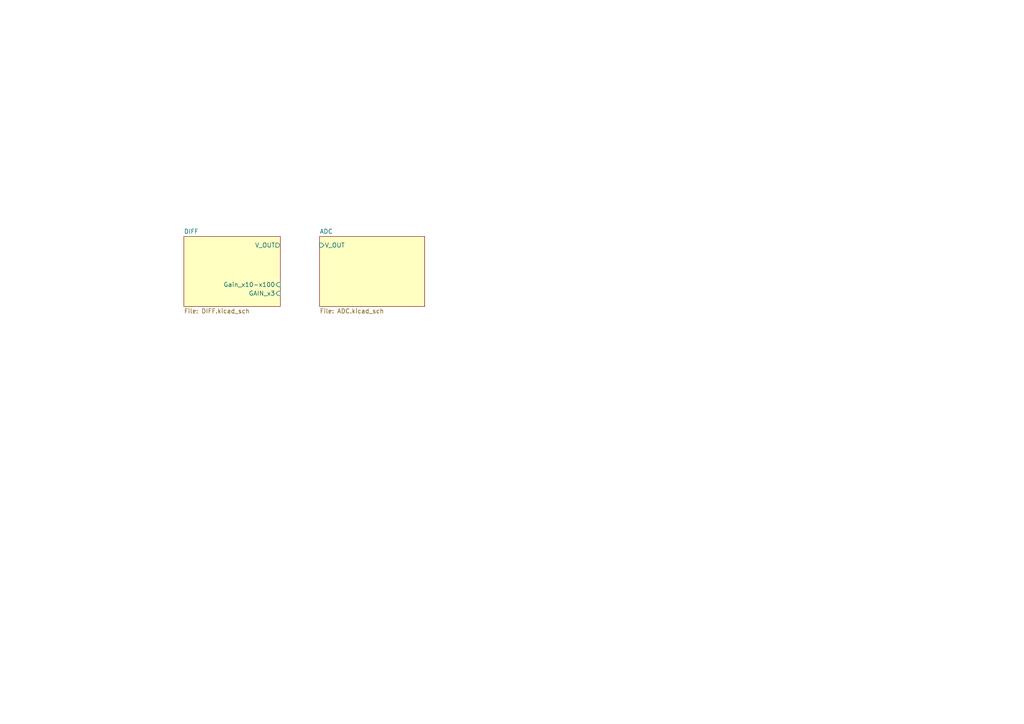
<source format=kicad_sch>
(kicad_sch
	(version 20231120)
	(generator "eeschema")
	(generator_version "8.0")
	(uuid "af28bfe6-a5ae-47dd-9259-97a6edcec559")
	(paper "A4")
	(lib_symbols)
	(sheet
		(at 53.34 68.58)
		(size 27.94 20.32)
		(fields_autoplaced yes)
		(stroke
			(width 0.1524)
			(type solid)
		)
		(fill
			(color 255 255 194 1.0000)
		)
		(uuid "3bc08f1b-cd51-4945-94b2-c6f7f3a0b515")
		(property "Sheetname" "DIFF"
			(at 53.34 67.8684 0)
			(effects
				(font
					(size 1.27 1.27)
				)
				(justify left bottom)
			)
		)
		(property "Sheetfile" "DIFF.kicad_sch"
			(at 53.34 89.4846 0)
			(effects
				(font
					(size 1.27 1.27)
				)
				(justify left top)
			)
		)
		(pin "GAIN_x3" input
			(at 81.28 85.09 0)
			(effects
				(font
					(size 1.27 1.27)
				)
				(justify right)
			)
			(uuid "14efef3b-600c-4ac1-85aa-064debd2e6b2")
		)
		(pin "Gain_x10-x100" input
			(at 81.28 82.55 0)
			(effects
				(font
					(size 1.27 1.27)
				)
				(justify right)
			)
			(uuid "a7cdd574-d5d7-42d7-b37e-54906f8e0f7e")
		)
		(pin "V_OUT" output
			(at 81.28 71.12 0)
			(effects
				(font
					(size 1.27 1.27)
				)
				(justify right)
			)
			(uuid "27fb3b3a-7f12-41df-9a41-cb9e0790c0ef")
		)
		(instances
			(project "AD4030-Voltage"
				(path "/af28bfe6-a5ae-47dd-9259-97a6edcec559"
					(page "2")
				)
			)
		)
	)
	(sheet
		(at 92.71 68.58)
		(size 30.48 20.32)
		(fields_autoplaced yes)
		(stroke
			(width 0.1524)
			(type solid)
		)
		(fill
			(color 255 255 194 1.0000)
		)
		(uuid "cfc38c8d-3c9b-4f41-9734-05b81b218479")
		(property "Sheetname" "ADC"
			(at 92.71 67.8684 0)
			(effects
				(font
					(size 1.27 1.27)
				)
				(justify left bottom)
			)
		)
		(property "Sheetfile" "ADC.kicad_sch"
			(at 92.71 89.4846 0)
			(effects
				(font
					(size 1.27 1.27)
				)
				(justify left top)
			)
		)
		(pin "V_OUT" input
			(at 92.71 71.12 180)
			(effects
				(font
					(size 1.27 1.27)
				)
				(justify left)
			)
			(uuid "7994d090-bb24-4ada-b6b1-0b35c5853abd")
		)
		(instances
			(project "AD4030-Voltage"
				(path "/af28bfe6-a5ae-47dd-9259-97a6edcec559"
					(page "3")
				)
			)
		)
	)
	(sheet_instances
		(path "/"
			(page "1")
		)
	)
)

</source>
